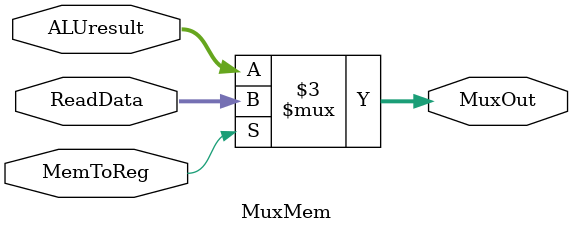
<source format=v>
module MuxMem (ReadData, ALUresult, MemToReg, MuxOut);

	input [31:0] ReadData, ALUresult;
	input MemToReg;
	output reg [31:0] MuxOut;
	
	always @ (*)
		begin
			if (MemToReg)
				MuxOut = ReadData;
			else
				MuxOut = ALUresult;
		end
		
endmodule 
</source>
